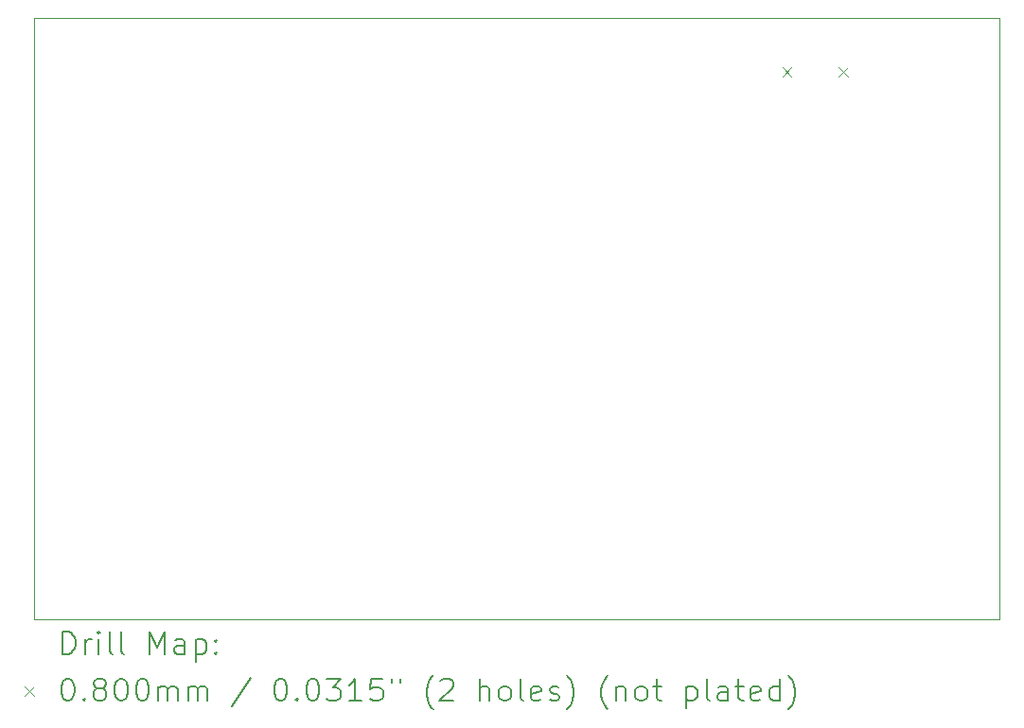
<source format=gbr>
%TF.GenerationSoftware,KiCad,Pcbnew,6.0.11+dfsg-1*%
%TF.CreationDate,2024-04-01T21:30:18-07:00*%
%TF.ProjectId,car-logger,6361722d-6c6f-4676-9765-722e6b696361,v1*%
%TF.SameCoordinates,Original*%
%TF.FileFunction,Drillmap*%
%TF.FilePolarity,Positive*%
%FSLAX45Y45*%
G04 Gerber Fmt 4.5, Leading zero omitted, Abs format (unit mm)*
G04 Created by KiCad (PCBNEW 6.0.11+dfsg-1) date 2024-04-01 21:30:18*
%MOMM*%
%LPD*%
G01*
G04 APERTURE LIST*
%ADD10C,0.100000*%
%ADD11C,0.200000*%
%ADD12C,0.080000*%
G04 APERTURE END LIST*
D10*
X9398000Y-5791200D02*
X18034000Y-5791200D01*
X18034000Y-5791200D02*
X18034000Y-11176000D01*
X18034000Y-11176000D02*
X9398000Y-11176000D01*
X9398000Y-11176000D02*
X9398000Y-5791200D01*
D11*
D12*
X16093000Y-6237000D02*
X16173000Y-6317000D01*
X16173000Y-6237000D02*
X16093000Y-6317000D01*
X16593000Y-6237000D02*
X16673000Y-6317000D01*
X16673000Y-6237000D02*
X16593000Y-6317000D01*
D11*
X9650619Y-11491476D02*
X9650619Y-11291476D01*
X9698238Y-11291476D01*
X9726810Y-11301000D01*
X9745857Y-11320048D01*
X9755381Y-11339095D01*
X9764905Y-11377190D01*
X9764905Y-11405762D01*
X9755381Y-11443857D01*
X9745857Y-11462905D01*
X9726810Y-11481952D01*
X9698238Y-11491476D01*
X9650619Y-11491476D01*
X9850619Y-11491476D02*
X9850619Y-11358143D01*
X9850619Y-11396238D02*
X9860143Y-11377190D01*
X9869667Y-11367667D01*
X9888714Y-11358143D01*
X9907762Y-11358143D01*
X9974429Y-11491476D02*
X9974429Y-11358143D01*
X9974429Y-11291476D02*
X9964905Y-11301000D01*
X9974429Y-11310524D01*
X9983952Y-11301000D01*
X9974429Y-11291476D01*
X9974429Y-11310524D01*
X10098238Y-11491476D02*
X10079190Y-11481952D01*
X10069667Y-11462905D01*
X10069667Y-11291476D01*
X10203000Y-11491476D02*
X10183952Y-11481952D01*
X10174429Y-11462905D01*
X10174429Y-11291476D01*
X10431571Y-11491476D02*
X10431571Y-11291476D01*
X10498238Y-11434333D01*
X10564905Y-11291476D01*
X10564905Y-11491476D01*
X10745857Y-11491476D02*
X10745857Y-11386714D01*
X10736333Y-11367667D01*
X10717286Y-11358143D01*
X10679190Y-11358143D01*
X10660143Y-11367667D01*
X10745857Y-11481952D02*
X10726810Y-11491476D01*
X10679190Y-11491476D01*
X10660143Y-11481952D01*
X10650619Y-11462905D01*
X10650619Y-11443857D01*
X10660143Y-11424809D01*
X10679190Y-11415286D01*
X10726810Y-11415286D01*
X10745857Y-11405762D01*
X10841095Y-11358143D02*
X10841095Y-11558143D01*
X10841095Y-11367667D02*
X10860143Y-11358143D01*
X10898238Y-11358143D01*
X10917286Y-11367667D01*
X10926810Y-11377190D01*
X10936333Y-11396238D01*
X10936333Y-11453381D01*
X10926810Y-11472428D01*
X10917286Y-11481952D01*
X10898238Y-11491476D01*
X10860143Y-11491476D01*
X10841095Y-11481952D01*
X11022048Y-11472428D02*
X11031571Y-11481952D01*
X11022048Y-11491476D01*
X11012524Y-11481952D01*
X11022048Y-11472428D01*
X11022048Y-11491476D01*
X11022048Y-11367667D02*
X11031571Y-11377190D01*
X11022048Y-11386714D01*
X11012524Y-11377190D01*
X11022048Y-11367667D01*
X11022048Y-11386714D01*
D12*
X9313000Y-11781000D02*
X9393000Y-11861000D01*
X9393000Y-11781000D02*
X9313000Y-11861000D01*
D11*
X9688714Y-11711476D02*
X9707762Y-11711476D01*
X9726810Y-11721000D01*
X9736333Y-11730524D01*
X9745857Y-11749571D01*
X9755381Y-11787667D01*
X9755381Y-11835286D01*
X9745857Y-11873381D01*
X9736333Y-11892428D01*
X9726810Y-11901952D01*
X9707762Y-11911476D01*
X9688714Y-11911476D01*
X9669667Y-11901952D01*
X9660143Y-11892428D01*
X9650619Y-11873381D01*
X9641095Y-11835286D01*
X9641095Y-11787667D01*
X9650619Y-11749571D01*
X9660143Y-11730524D01*
X9669667Y-11721000D01*
X9688714Y-11711476D01*
X9841095Y-11892428D02*
X9850619Y-11901952D01*
X9841095Y-11911476D01*
X9831571Y-11901952D01*
X9841095Y-11892428D01*
X9841095Y-11911476D01*
X9964905Y-11797190D02*
X9945857Y-11787667D01*
X9936333Y-11778143D01*
X9926810Y-11759095D01*
X9926810Y-11749571D01*
X9936333Y-11730524D01*
X9945857Y-11721000D01*
X9964905Y-11711476D01*
X10003000Y-11711476D01*
X10022048Y-11721000D01*
X10031571Y-11730524D01*
X10041095Y-11749571D01*
X10041095Y-11759095D01*
X10031571Y-11778143D01*
X10022048Y-11787667D01*
X10003000Y-11797190D01*
X9964905Y-11797190D01*
X9945857Y-11806714D01*
X9936333Y-11816238D01*
X9926810Y-11835286D01*
X9926810Y-11873381D01*
X9936333Y-11892428D01*
X9945857Y-11901952D01*
X9964905Y-11911476D01*
X10003000Y-11911476D01*
X10022048Y-11901952D01*
X10031571Y-11892428D01*
X10041095Y-11873381D01*
X10041095Y-11835286D01*
X10031571Y-11816238D01*
X10022048Y-11806714D01*
X10003000Y-11797190D01*
X10164905Y-11711476D02*
X10183952Y-11711476D01*
X10203000Y-11721000D01*
X10212524Y-11730524D01*
X10222048Y-11749571D01*
X10231571Y-11787667D01*
X10231571Y-11835286D01*
X10222048Y-11873381D01*
X10212524Y-11892428D01*
X10203000Y-11901952D01*
X10183952Y-11911476D01*
X10164905Y-11911476D01*
X10145857Y-11901952D01*
X10136333Y-11892428D01*
X10126810Y-11873381D01*
X10117286Y-11835286D01*
X10117286Y-11787667D01*
X10126810Y-11749571D01*
X10136333Y-11730524D01*
X10145857Y-11721000D01*
X10164905Y-11711476D01*
X10355381Y-11711476D02*
X10374429Y-11711476D01*
X10393476Y-11721000D01*
X10403000Y-11730524D01*
X10412524Y-11749571D01*
X10422048Y-11787667D01*
X10422048Y-11835286D01*
X10412524Y-11873381D01*
X10403000Y-11892428D01*
X10393476Y-11901952D01*
X10374429Y-11911476D01*
X10355381Y-11911476D01*
X10336333Y-11901952D01*
X10326810Y-11892428D01*
X10317286Y-11873381D01*
X10307762Y-11835286D01*
X10307762Y-11787667D01*
X10317286Y-11749571D01*
X10326810Y-11730524D01*
X10336333Y-11721000D01*
X10355381Y-11711476D01*
X10507762Y-11911476D02*
X10507762Y-11778143D01*
X10507762Y-11797190D02*
X10517286Y-11787667D01*
X10536333Y-11778143D01*
X10564905Y-11778143D01*
X10583952Y-11787667D01*
X10593476Y-11806714D01*
X10593476Y-11911476D01*
X10593476Y-11806714D02*
X10603000Y-11787667D01*
X10622048Y-11778143D01*
X10650619Y-11778143D01*
X10669667Y-11787667D01*
X10679190Y-11806714D01*
X10679190Y-11911476D01*
X10774429Y-11911476D02*
X10774429Y-11778143D01*
X10774429Y-11797190D02*
X10783952Y-11787667D01*
X10803000Y-11778143D01*
X10831571Y-11778143D01*
X10850619Y-11787667D01*
X10860143Y-11806714D01*
X10860143Y-11911476D01*
X10860143Y-11806714D02*
X10869667Y-11787667D01*
X10888714Y-11778143D01*
X10917286Y-11778143D01*
X10936333Y-11787667D01*
X10945857Y-11806714D01*
X10945857Y-11911476D01*
X11336333Y-11701952D02*
X11164905Y-11959095D01*
X11593476Y-11711476D02*
X11612524Y-11711476D01*
X11631571Y-11721000D01*
X11641095Y-11730524D01*
X11650619Y-11749571D01*
X11660143Y-11787667D01*
X11660143Y-11835286D01*
X11650619Y-11873381D01*
X11641095Y-11892428D01*
X11631571Y-11901952D01*
X11612524Y-11911476D01*
X11593476Y-11911476D01*
X11574428Y-11901952D01*
X11564905Y-11892428D01*
X11555381Y-11873381D01*
X11545857Y-11835286D01*
X11545857Y-11787667D01*
X11555381Y-11749571D01*
X11564905Y-11730524D01*
X11574428Y-11721000D01*
X11593476Y-11711476D01*
X11745857Y-11892428D02*
X11755381Y-11901952D01*
X11745857Y-11911476D01*
X11736333Y-11901952D01*
X11745857Y-11892428D01*
X11745857Y-11911476D01*
X11879190Y-11711476D02*
X11898238Y-11711476D01*
X11917286Y-11721000D01*
X11926809Y-11730524D01*
X11936333Y-11749571D01*
X11945857Y-11787667D01*
X11945857Y-11835286D01*
X11936333Y-11873381D01*
X11926809Y-11892428D01*
X11917286Y-11901952D01*
X11898238Y-11911476D01*
X11879190Y-11911476D01*
X11860143Y-11901952D01*
X11850619Y-11892428D01*
X11841095Y-11873381D01*
X11831571Y-11835286D01*
X11831571Y-11787667D01*
X11841095Y-11749571D01*
X11850619Y-11730524D01*
X11860143Y-11721000D01*
X11879190Y-11711476D01*
X12012524Y-11711476D02*
X12136333Y-11711476D01*
X12069667Y-11787667D01*
X12098238Y-11787667D01*
X12117286Y-11797190D01*
X12126809Y-11806714D01*
X12136333Y-11825762D01*
X12136333Y-11873381D01*
X12126809Y-11892428D01*
X12117286Y-11901952D01*
X12098238Y-11911476D01*
X12041095Y-11911476D01*
X12022048Y-11901952D01*
X12012524Y-11892428D01*
X12326809Y-11911476D02*
X12212524Y-11911476D01*
X12269667Y-11911476D02*
X12269667Y-11711476D01*
X12250619Y-11740048D01*
X12231571Y-11759095D01*
X12212524Y-11768619D01*
X12507762Y-11711476D02*
X12412524Y-11711476D01*
X12403000Y-11806714D01*
X12412524Y-11797190D01*
X12431571Y-11787667D01*
X12479190Y-11787667D01*
X12498238Y-11797190D01*
X12507762Y-11806714D01*
X12517286Y-11825762D01*
X12517286Y-11873381D01*
X12507762Y-11892428D01*
X12498238Y-11901952D01*
X12479190Y-11911476D01*
X12431571Y-11911476D01*
X12412524Y-11901952D01*
X12403000Y-11892428D01*
X12593476Y-11711476D02*
X12593476Y-11749571D01*
X12669667Y-11711476D02*
X12669667Y-11749571D01*
X12964905Y-11987667D02*
X12955381Y-11978143D01*
X12936333Y-11949571D01*
X12926809Y-11930524D01*
X12917286Y-11901952D01*
X12907762Y-11854333D01*
X12907762Y-11816238D01*
X12917286Y-11768619D01*
X12926809Y-11740048D01*
X12936333Y-11721000D01*
X12955381Y-11692428D01*
X12964905Y-11682905D01*
X13031571Y-11730524D02*
X13041095Y-11721000D01*
X13060143Y-11711476D01*
X13107762Y-11711476D01*
X13126809Y-11721000D01*
X13136333Y-11730524D01*
X13145857Y-11749571D01*
X13145857Y-11768619D01*
X13136333Y-11797190D01*
X13022048Y-11911476D01*
X13145857Y-11911476D01*
X13383952Y-11911476D02*
X13383952Y-11711476D01*
X13469667Y-11911476D02*
X13469667Y-11806714D01*
X13460143Y-11787667D01*
X13441095Y-11778143D01*
X13412524Y-11778143D01*
X13393476Y-11787667D01*
X13383952Y-11797190D01*
X13593476Y-11911476D02*
X13574428Y-11901952D01*
X13564905Y-11892428D01*
X13555381Y-11873381D01*
X13555381Y-11816238D01*
X13564905Y-11797190D01*
X13574428Y-11787667D01*
X13593476Y-11778143D01*
X13622048Y-11778143D01*
X13641095Y-11787667D01*
X13650619Y-11797190D01*
X13660143Y-11816238D01*
X13660143Y-11873381D01*
X13650619Y-11892428D01*
X13641095Y-11901952D01*
X13622048Y-11911476D01*
X13593476Y-11911476D01*
X13774428Y-11911476D02*
X13755381Y-11901952D01*
X13745857Y-11882905D01*
X13745857Y-11711476D01*
X13926809Y-11901952D02*
X13907762Y-11911476D01*
X13869667Y-11911476D01*
X13850619Y-11901952D01*
X13841095Y-11882905D01*
X13841095Y-11806714D01*
X13850619Y-11787667D01*
X13869667Y-11778143D01*
X13907762Y-11778143D01*
X13926809Y-11787667D01*
X13936333Y-11806714D01*
X13936333Y-11825762D01*
X13841095Y-11844809D01*
X14012524Y-11901952D02*
X14031571Y-11911476D01*
X14069667Y-11911476D01*
X14088714Y-11901952D01*
X14098238Y-11882905D01*
X14098238Y-11873381D01*
X14088714Y-11854333D01*
X14069667Y-11844809D01*
X14041095Y-11844809D01*
X14022048Y-11835286D01*
X14012524Y-11816238D01*
X14012524Y-11806714D01*
X14022048Y-11787667D01*
X14041095Y-11778143D01*
X14069667Y-11778143D01*
X14088714Y-11787667D01*
X14164905Y-11987667D02*
X14174428Y-11978143D01*
X14193476Y-11949571D01*
X14203000Y-11930524D01*
X14212524Y-11901952D01*
X14222048Y-11854333D01*
X14222048Y-11816238D01*
X14212524Y-11768619D01*
X14203000Y-11740048D01*
X14193476Y-11721000D01*
X14174428Y-11692428D01*
X14164905Y-11682905D01*
X14526809Y-11987667D02*
X14517286Y-11978143D01*
X14498238Y-11949571D01*
X14488714Y-11930524D01*
X14479190Y-11901952D01*
X14469667Y-11854333D01*
X14469667Y-11816238D01*
X14479190Y-11768619D01*
X14488714Y-11740048D01*
X14498238Y-11721000D01*
X14517286Y-11692428D01*
X14526809Y-11682905D01*
X14603000Y-11778143D02*
X14603000Y-11911476D01*
X14603000Y-11797190D02*
X14612524Y-11787667D01*
X14631571Y-11778143D01*
X14660143Y-11778143D01*
X14679190Y-11787667D01*
X14688714Y-11806714D01*
X14688714Y-11911476D01*
X14812524Y-11911476D02*
X14793476Y-11901952D01*
X14783952Y-11892428D01*
X14774428Y-11873381D01*
X14774428Y-11816238D01*
X14783952Y-11797190D01*
X14793476Y-11787667D01*
X14812524Y-11778143D01*
X14841095Y-11778143D01*
X14860143Y-11787667D01*
X14869667Y-11797190D01*
X14879190Y-11816238D01*
X14879190Y-11873381D01*
X14869667Y-11892428D01*
X14860143Y-11901952D01*
X14841095Y-11911476D01*
X14812524Y-11911476D01*
X14936333Y-11778143D02*
X15012524Y-11778143D01*
X14964905Y-11711476D02*
X14964905Y-11882905D01*
X14974428Y-11901952D01*
X14993476Y-11911476D01*
X15012524Y-11911476D01*
X15231571Y-11778143D02*
X15231571Y-11978143D01*
X15231571Y-11787667D02*
X15250619Y-11778143D01*
X15288714Y-11778143D01*
X15307762Y-11787667D01*
X15317286Y-11797190D01*
X15326809Y-11816238D01*
X15326809Y-11873381D01*
X15317286Y-11892428D01*
X15307762Y-11901952D01*
X15288714Y-11911476D01*
X15250619Y-11911476D01*
X15231571Y-11901952D01*
X15441095Y-11911476D02*
X15422048Y-11901952D01*
X15412524Y-11882905D01*
X15412524Y-11711476D01*
X15603000Y-11911476D02*
X15603000Y-11806714D01*
X15593476Y-11787667D01*
X15574428Y-11778143D01*
X15536333Y-11778143D01*
X15517286Y-11787667D01*
X15603000Y-11901952D02*
X15583952Y-11911476D01*
X15536333Y-11911476D01*
X15517286Y-11901952D01*
X15507762Y-11882905D01*
X15507762Y-11863857D01*
X15517286Y-11844809D01*
X15536333Y-11835286D01*
X15583952Y-11835286D01*
X15603000Y-11825762D01*
X15669667Y-11778143D02*
X15745857Y-11778143D01*
X15698238Y-11711476D02*
X15698238Y-11882905D01*
X15707762Y-11901952D01*
X15726809Y-11911476D01*
X15745857Y-11911476D01*
X15888714Y-11901952D02*
X15869667Y-11911476D01*
X15831571Y-11911476D01*
X15812524Y-11901952D01*
X15803000Y-11882905D01*
X15803000Y-11806714D01*
X15812524Y-11787667D01*
X15831571Y-11778143D01*
X15869667Y-11778143D01*
X15888714Y-11787667D01*
X15898238Y-11806714D01*
X15898238Y-11825762D01*
X15803000Y-11844809D01*
X16069667Y-11911476D02*
X16069667Y-11711476D01*
X16069667Y-11901952D02*
X16050619Y-11911476D01*
X16012524Y-11911476D01*
X15993476Y-11901952D01*
X15983952Y-11892428D01*
X15974428Y-11873381D01*
X15974428Y-11816238D01*
X15983952Y-11797190D01*
X15993476Y-11787667D01*
X16012524Y-11778143D01*
X16050619Y-11778143D01*
X16069667Y-11787667D01*
X16145857Y-11987667D02*
X16155381Y-11978143D01*
X16174428Y-11949571D01*
X16183952Y-11930524D01*
X16193476Y-11901952D01*
X16203000Y-11854333D01*
X16203000Y-11816238D01*
X16193476Y-11768619D01*
X16183952Y-11740048D01*
X16174428Y-11721000D01*
X16155381Y-11692428D01*
X16145857Y-11682905D01*
M02*

</source>
